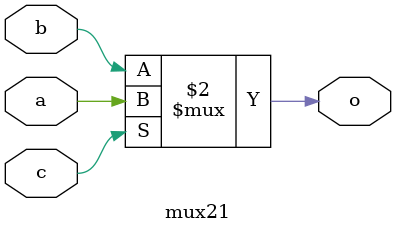
<source format=v>
module mux(
    input a,
    input b,
    input x,
    input y,
    input [1:0] c,
    output o
);

    wire t1, t2;
    mux21 mux_a_b(a, b, c[0], t1);
    mux21 mux_x_y(x, y, c[0], t2);
    mux21 mux_o(t1, t2, c[1], o);

endmodule

module mux21 (
    input a,
    input b,
    input c,
    output o
);

    assign o = c == 1'b1 ? a : b;
endmodule

</source>
